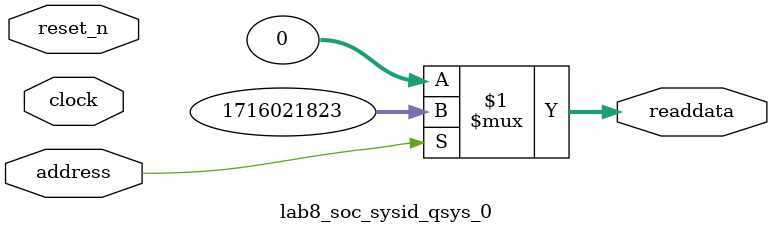
<source format=v>



// synthesis translate_off
`timescale 1ns / 1ps
// synthesis translate_on

// turn off superfluous verilog processor warnings 
// altera message_level Level1 
// altera message_off 10034 10035 10036 10037 10230 10240 10030 

module lab8_soc_sysid_qsys_0 (
               // inputs:
                address,
                clock,
                reset_n,

               // outputs:
                readdata
             )
;

  output  [ 31: 0] readdata;
  input            address;
  input            clock;
  input            reset_n;

  wire    [ 31: 0] readdata;
  //control_slave, which is an e_avalon_slave
  assign readdata = address ? 1716021823 : 0;

endmodule



</source>
